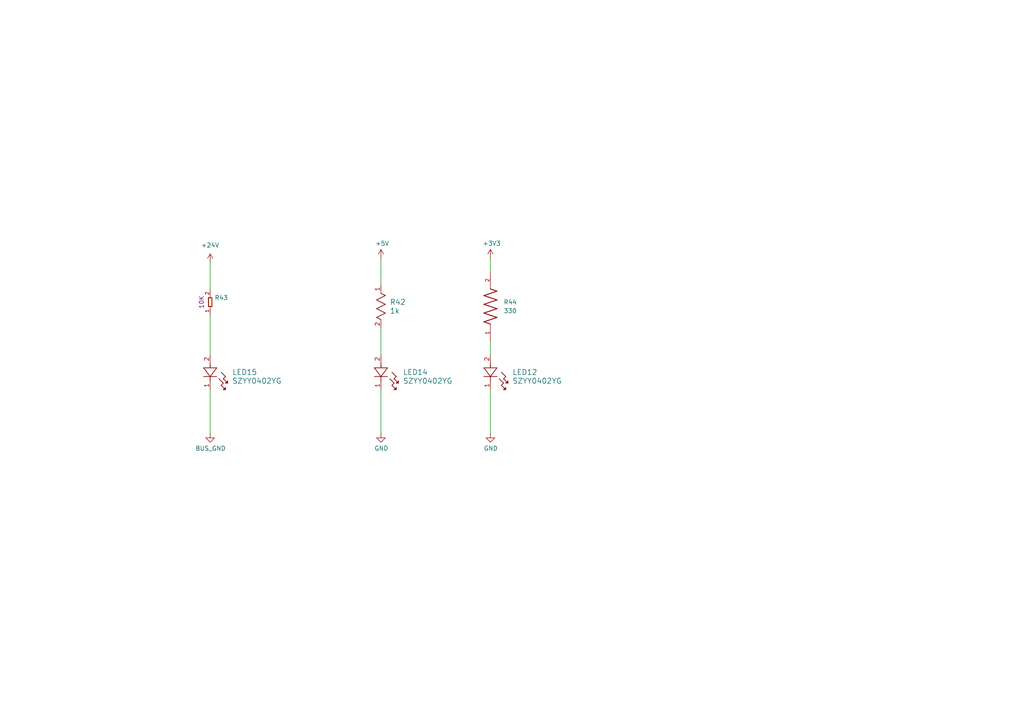
<source format=kicad_sch>
(kicad_sch (version 20231120) (generator "eeschema") (generator_version "8.0")
  (paper "A4")
  (lib_symbols
    (symbol "2024-09-05_04-04-20:150040VS73240" (pin_names (offset 0.254))
      (property "Reference" "LED" (at 5.08 -4.445 0))
      (property "Value" "150040VS73240" (at 5.08 -7.62 0))
      (symbol "150040VS73240_0_1"
        (polyline (pts (xy 2.54 0) (xy 3.4798 0)) (stroke (width 0.2032)))
        (polyline (pts (xy 3.175 0) (xy 3.81 0)) (stroke (width 0.2032)))
        (polyline (pts (xy 3.81 -1.905) (xy 6.35 0)) (stroke (width 0.2032)))
        (polyline (pts (xy 3.81 1.905) (xy 3.81 -1.905)) (stroke (width 0.2032)))
        (polyline (pts (xy 5.08 3.175) (xy 6.35 4.445)) (stroke (width 0.2032)))
        (polyline (pts (xy 6.35 -1.905) (xy 6.35 1.905)) (stroke (width 0.2032)))
        (polyline (pts (xy 6.35 0) (xy 3.81 1.905)) (stroke (width 0.2032)))
        (polyline (pts (xy 6.35 0) (xy 7.62 0)) (stroke (width 0.2032)))
        (polyline (pts (xy 6.35 4.445) (xy 6.985 3.81)) (stroke (width 0.2032)))
        (polyline (pts (xy 6.985 2.54) (xy 8.255 3.81)) (stroke (width 0.2032)))
        (polyline (pts (xy 6.985 3.81) (xy 8.255 5.08)) (stroke (width 0.2032)))
        (polyline (pts (xy 7.62 5.08) (xy 8.255 4.445)) (stroke (width 0.2032)))
        (polyline (pts (xy 8.255 3.81) (xy 8.89 3.175)) (stroke (width 0.2032)))
        (polyline (pts (xy 8.255 4.445) (xy 8.255 5.08)) (stroke (width 0.2032)))
        (polyline (pts (xy 8.255 5.08) (xy 7.62 5.08)) (stroke (width 0.2032)))
        (polyline (pts (xy 8.89 3.175) (xy 10.16 4.445)) (stroke (width 0.2032)))
        (polyline (pts (xy 9.525 4.445) (xy 10.16 3.81)) (stroke (width 0.2032)))
        (polyline (pts (xy 10.16 3.81) (xy 10.16 4.445)) (stroke (width 0.2032)))
        (polyline (pts (xy 10.16 4.445) (xy 9.525 4.445)) (stroke (width 0.2032)))
        (pin unspecified line (at 10.16 0 180) (length 2.54) (name "") (number "1"))
        (pin unspecified line (at 0 0 0) (length 2.54) (name "") (number "2"))
      )
    )
    (symbol "2024-09-05_23-50-47:RC0402JR-071KL" (pin_names (offset 0.254))
      (property "Reference" "R" (at 5.715 3.81 0))
      (property "Value" "RC0402JR-071KL" (at 6.35 -3.81 0))
      (symbol "RC0402JR-071KL_1_1"
        (polyline (pts (xy 2.54 0) (xy 3.175 1.27)) (stroke (width 0.2032)))
        (polyline (pts (xy 3.175 1.27) (xy 4.445 -1.27)) (stroke (width 0.2032)))
        (polyline (pts (xy 4.445 -1.27) (xy 5.715 1.27)) (stroke (width 0.2032)))
        (polyline (pts (xy 5.715 1.27) (xy 6.985 -1.27)) (stroke (width 0.2032)))
        (polyline (pts (xy 6.985 -1.27) (xy 8.255 1.27)) (stroke (width 0.2032)))
        (polyline (pts (xy 8.255 1.27) (xy 9.525 -1.27)) (stroke (width 0.2032)))
        (polyline (pts (xy 9.525 -1.27) (xy 10.16 0)) (stroke (width 0.2032)))
        (pin unspecified line (at 12.7 0 180) (length 2.54) (name "") (number "1"))
        (pin unspecified line (at 0 0 0) (length 2.54) (name "") (number "2"))
      )
      (symbol "RC0402JR-071KL_1_2"
        (polyline (pts (xy -1.27 3.175) (xy 1.27 4.445)) (stroke (width 0.2032)))
        (polyline (pts (xy -1.27 5.715) (xy 1.27 6.985)) (stroke (width 0.2032)))
        (polyline (pts (xy -1.27 8.255) (xy 1.27 9.525)) (stroke (width 0.2032)))
        (polyline (pts (xy 0 2.54) (xy -1.27 3.175)) (stroke (width 0.2032)))
        (polyline (pts (xy 1.27 4.445) (xy -1.27 5.715)) (stroke (width 0.2032)))
        (polyline (pts (xy 1.27 6.985) (xy -1.27 8.255)) (stroke (width 0.2032)))
        (polyline (pts (xy 1.27 9.525) (xy 0 10.16)) (stroke (width 0.2032)))
        (pin unspecified line (at 0 12.7 270) (length 2.54) (name "") (number "1"))
        (pin unspecified line (at 0 0 90) (length 2.54) (name "") (number "2"))
      )
    )
    (symbol "RC0402FR-07330RL:RC0402FR-07330RL" (pin_names (offset 1.016))
      (property "Reference" "R" (at -7.6244 2.5415 0))
      (property "Value" "RC0402FR-07330RL" (at -7.63 -5.0866 0))
      (symbol "RC0402FR-07330RL_0_0"
        (polyline (pts (xy -5.08 0) (xy -4.445 1.905)) (stroke (width 0.254)))
        (polyline (pts (xy -4.445 1.905) (xy -3.175 -1.905)) (stroke (width 0.254)))
        (polyline (pts (xy -3.175 -1.905) (xy -1.905 1.905)) (stroke (width 0.254)))
        (polyline (pts (xy -1.905 1.905) (xy -0.635 -1.905)) (stroke (width 0.254)))
        (polyline (pts (xy -0.635 -1.905) (xy 0.635 1.905)) (stroke (width 0.254)))
        (polyline (pts (xy 0.635 1.905) (xy 1.905 -1.905)) (stroke (width 0.254)))
        (polyline (pts (xy 1.905 -1.905) (xy 3.175 1.905)) (stroke (width 0.254)))
        (polyline (pts (xy 3.175 1.905) (xy 4.445 -1.905)) (stroke (width 0.254)))
        (polyline (pts (xy 4.445 -1.905) (xy 5.08 0)) (stroke (width 0.254)))
        (pin passive line (at -10.16 0 0) (length 5.08) (name "~") (number "1"))
        (pin passive line (at 10.16 0 180) (length 5.08) (name "~") (number "2"))
      )
    )
    (symbol "SMD-RES-10K-5_-1__0402_:SMD-RES-10K-5_-1__0402_" (pin_names (offset 1.016))
      (property "Reference" "U" (at -3.8175 1.2725 0))
      (symbol "SMD-RES-10K-5_-1__0402__0_0"
        (rectangle (start -1.27 -0.508) (end 1.27 0.508) (stroke (width 0.254)) (fill (type background)))
        (pin passive line (at -3.81 0 0) (length 2.54) (name "~") (number "1"))
        (pin passive line (at 3.81 0 180) (length 2.54) (name "~") (number "2"))
      )
    )
    (symbol "power:+24V" (power) (pin_numbers hide) (pin_names (offset 0) hide)
      (property "Value" "+24V" (at 0 3.556 0))
      (symbol "+24V_0_1"
        (polyline (pts (xy -0.762 1.27) (xy 0 2.54)))
        (polyline (pts (xy 0 0) (xy 0 2.54)))
        (polyline (pts (xy 0 2.54) (xy 0.762 1.27)))
      )
      (symbol "+24V_1_1"
        (pin power_in line (at 0 0 90) (length 0) (name "~") (number "1"))
      )
    )
    (symbol "power:+3.3V" (power) (pin_numbers hide) (pin_names (offset 0) hide)
      (property "Value" "+3.3V" (at 0 3.556 0))
      (symbol "+3.3V_0_1"
        (polyline (pts (xy -0.762 1.27) (xy 0 2.54)))
        (polyline (pts (xy 0 0) (xy 0 2.54)))
        (polyline (pts (xy 0 2.54) (xy 0.762 1.27)))
      )
      (symbol "+3.3V_1_1"
        (pin power_in line (at 0 0 90) (length 0) (name "~") (number "1"))
      )
    )
    (symbol "power:+5V" (power) (pin_numbers hide) (pin_names (offset 0) hide)
      (property "Value" "+5V" (at 0 3.556 0))
      (symbol "+5V_0_1"
        (polyline (pts (xy -0.762 1.27) (xy 0 2.54)))
        (polyline (pts (xy 0 0) (xy 0 2.54)))
        (polyline (pts (xy 0 2.54) (xy 0.762 1.27)))
      )
      (symbol "+5V_1_1"
        (pin power_in line (at 0 0 90) (length 0) (name "~") (number "1"))
      )
    )
    (symbol "power:GND" (power) (pin_numbers hide) (pin_names (offset 0) hide)
      (property "Value" "GND" (at 0 -3.81 0))
      (symbol "GND_0_1"
        (polyline (pts (xy 0 0) (xy 0 -1.27) (xy 1.27 -1.27) (xy 0 -2.54) (xy -1.27 -1.27) (xy 0 -1.27)))
      )
      (symbol "GND_1_1"
        (pin power_in line (at 0 0 270) (length 0) (name "~") (number "1"))
      )
    )
  )
  (wire (pts (xy 142.24 74.93) (xy 142.24 78.74)))
  (wire (pts (xy 110.49 95.25) (xy 110.49 102.87)))
  (wire (pts (xy 60.96 76.2) (xy 60.96 83.82)))
  (wire (pts (xy 60.96 91.44) (xy 60.96 102.87)))
  (wire (pts (xy 110.49 74.93) (xy 110.49 82.55)))
  (wire (pts (xy 60.96 113.03) (xy 60.96 125.73)))
  (wire (pts (xy 142.24 113.03) (xy 142.24 125.73)))
  (wire (pts (xy 110.49 113.03) (xy 110.49 125.73)))
  (wire (pts (xy 142.24 99.06) (xy 142.24 102.87)))
  (symbol (lib_id "power:GND") (at 110.49 125.73 0) (unit 1)
    (property "Reference" "#PWR064" (effects (hide yes)))
    (property "Value" "GND" (at 110.6043 130.0544 0))
    (property "Description" "Power symbol creates a global label with name \"GND\" , ground" (effects (hide yes)))
  )
  (symbol (lib_id "SMD-RES-10K-5_-1__0402_:SMD-RES-10K-5_-1__0402_") (at 60.96 87.63 90) (unit 1)
    (property "Reference" "R43" (at 62.23 86.3599 90) (effects (justify right)))
    (property "Value" "SMD-RES-10K-5_-1__0402_" (effects (hide yes)))
    (property "Footprint" "SMD-RES-10K-5_-1__0402_:R0402" (effects (hide yes)))
    (property "MPN" "RC0402JR-0710KL" (effects (hide yes)))
    (property "VALUE" "10K" (at 59.182 87.63 0) (effects (justify bottom)))
    (property "LCSC" "C319934" (effects (hide yes)))
  )
  (symbol (lib_id "2024-09-05_04-04-20:150040VS73240") (at 60.96 102.87 270) (unit 1)
    (property "Reference" "LED15" (at 67.31 107.9499 90) (effects (font (size 1.524 1.524)) (justify left)))
    (property "Value" "SZYY0402YG" (at 67.31 110.4899 90) (effects (font (size 1.524 1.524)) (justify left)))
    (property "Footprint" "LED_S73240_WRE" (effects (hide yes)))
    (property "Datasheet" "150040VS73240" (effects (hide yes)))
    (property "LCSC" "C434449" (effects (hide yes)))
  )
  (symbol (lib_id "power:+3.3V") (at 142.24 74.93 0) (unit 1)
    (property "Reference" "#PWR061" (effects (hide yes)))
    (property "Value" "+3V3" (at 142.6083 70.6056 0))
    (property "Description" "Power symbol creates a global label with name \"+3.3V\"" (effects (hide yes)))
  )
  (symbol (lib_id "power:GND") (at 142.24 125.73 0) (unit 1)
    (property "Reference" "#PWR063" (effects (hide yes)))
    (property "Value" "GND" (at 142.3543 130.0544 0))
    (property "Description" "Power symbol creates a global label with name \"GND\" , ground" (effects (hide yes)))
  )
  (symbol (lib_id "power:GND") (at 60.96 125.73 0) (unit 1)
    (property "Reference" "#PWR060" (effects (hide yes)))
    (property "Value" "BUS_GND" (at 61.0743 130.0544 0))
    (property "Description" "Power symbol creates a global label with name \"GND\" , ground" (effects (hide yes)))
  )
  (symbol (lib_id "2024-09-05_04-04-20:150040VS73240") (at 110.49 102.87 270) (unit 1)
    (property "Reference" "LED14" (at 116.84 107.9499 90) (effects (font (size 1.524 1.524)) (justify left)))
    (property "Value" "SZYY0402YG" (at 116.84 110.4899 90) (effects (font (size 1.524 1.524)) (justify left)))
    (property "Footprint" "LED_S73240_WRE" (effects (hide yes)))
    (property "Datasheet" "150040VS73240" (effects (hide yes)))
    (property "LCSC" "C434449" (effects (hide yes)))
  )
  (symbol (lib_id "RC0402FR-07330RL:RC0402FR-07330RL") (at 142.24 88.9 90) (unit 1)
    (property "Reference" "R44" (at 146.05 87.6299 90) (effects (justify right)))
    (property "Value" "330" (at 146.05 90.1699 90) (effects (justify right)))
    (property "Footprint" "RC0402FR-07330RL:RESC1005X40N" (effects (hide yes)))
    (property "Description" "RC0402FR-07330RL" (effects (hide yes)))
    (property "LCSC" "C517531" (effects (hide yes)))
  )
  (symbol (lib_id "2024-09-05_04-04-20:150040VS73240") (at 142.24 102.87 270) (unit 1)
    (property "Reference" "LED12" (at 148.59 107.9499 90) (effects (font (size 1.524 1.524)) (justify left)))
    (property "Value" "SZYY0402YG" (at 148.59 110.4899 90) (effects (font (size 1.524 1.524)) (justify left)))
    (property "Footprint" "LED_S73240_WRE" (effects (hide yes)))
    (property "Datasheet" "150040VS73240" (effects (hide yes)))
    (property "LCSC" "C434449" (effects (hide yes)))
  )
  (symbol (lib_id "2024-09-05_23-50-47:RC0402JR-071KL") (at 110.49 95.25 90) (unit 1)
    (property "Reference" "R42" (at 113.03 87.6299 90) (effects (font (size 1.524 1.524)) (justify right)))
    (property "Value" "1k" (at 113.03 90.1699 90) (effects (font (size 1.524 1.524)) (justify right)))
    (property "Footprint" "RC0402N_YAG" (effects (hide yes)))
    (property "Datasheet" "RC0402JR-071KL" (effects (hide yes)))
    (property "LCSC" "C105637" (effects (hide yes)))
  )
  (symbol (lib_id "power:+5V") (at 110.49 74.93 0) (unit 1)
    (property "Reference" "#PWR062" (effects (hide yes)))
    (property "Value" "+5V" (at 110.8583 70.6056 0))
    (property "Description" "Power symbol creates a global label with name \"+5V\"" (effects (hide yes)))
  )
  (symbol (lib_id "power:+24V") (at 60.96 76.2 0) (unit 1)
    (property "Reference" "#PWR059" (effects (hide yes)))
    (property "Value" "+24V" (at 60.96 71.12 0))
    (property "Description" "Power symbol creates a global label with name \"+24V\"" (effects (hide yes)))
  )
)
</source>
